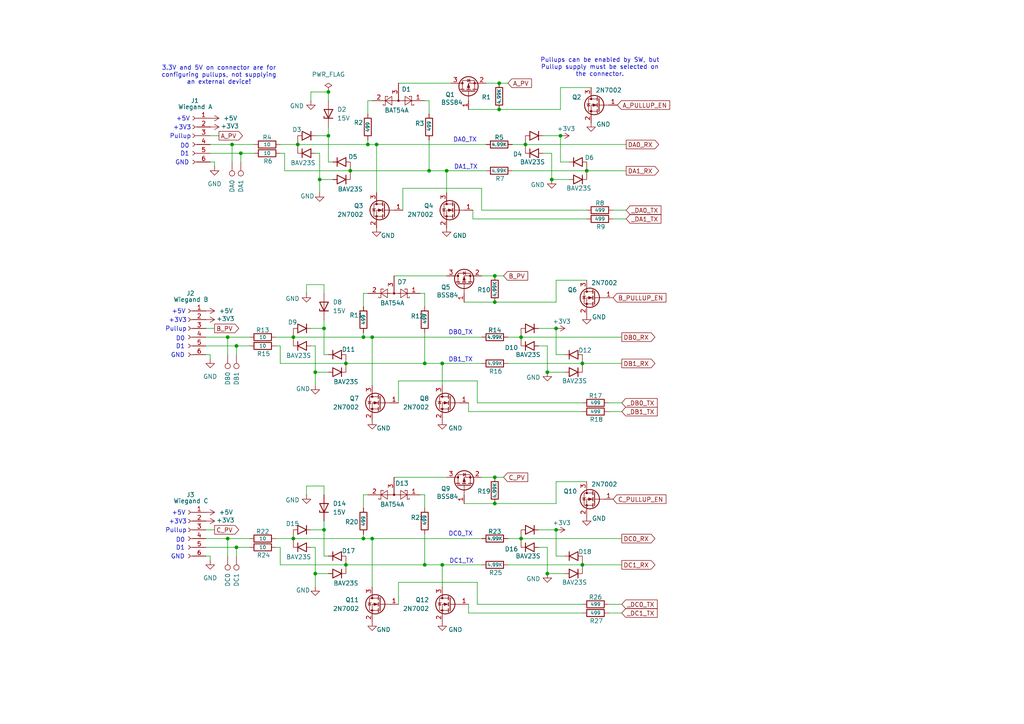
<source format=kicad_sch>
(kicad_sch (version 20231120) (generator "eeschema") (generator_version "8.0")
  (paper "A4")
  (title_block (title "Interfaces") (date "2025-11-03") (rev "A") (comment 1 "JPH"))
  (lib_symbols
    (symbol "Connector:Conn_01x06_Socket" (pin_names (offset 1.016) hide)
      (property "Reference" "J" (at 0 7.62 0))
      (property "Value" "Conn_01x06_Socket" (at 0 -10.16 0))
      (symbol "Conn_01x06_Socket_1_1"
        (pin passive line (at -5.08 5.08 0) (length 3.81) (name "Pin_1") (number "1"))
        (pin passive line (at -5.08 2.54 0) (length 3.81) (name "Pin_2") (number "2"))
        (pin passive line (at -5.08 0 0) (length 3.81) (name "Pin_3") (number "3"))
        (pin passive line (at -5.08 -2.54 0) (length 3.81) (name "Pin_4") (number "4"))
        (pin passive line (at -5.08 -5.08 0) (length 3.81) (name "Pin_5") (number "5"))
        (pin passive line (at -5.08 -7.62 0) (length 3.81) (name "Pin_6") (number "6"))
      )
    )
    (symbol "Connector:TestPoint" (pin_numbers hide) (pin_names (offset 0.762) hide)
      (property "Reference" "TP" (at 0 6.858 0))
      (property "Value" "TestPoint" (at 0 5.08 0))
      (symbol "TestPoint_1_1"
        (pin passive line (at 0 0 90) (length 2.54) (name "1") (number "1"))
      )
    )
    (symbol "Device:D_Zener" (pin_numbers hide) (pin_names (offset 1.016) hide)
      (property "Reference" "D" (at 0 2.54 0))
      (property "Value" "D_Zener" (at 0 -2.54 0))
      (symbol "D_Zener_1_1"
        (pin passive line (at -3.81 0 0) (length 2.54) (name "K") (number "1"))
        (pin passive line (at 3.81 0 180) (length 2.54) (name "A") (number "2"))
      )
    )
    (symbol "Device:R" (pin_numbers hide) (pin_names (offset 0))
      (property "Reference" "R" (at 2.032 0 90))
      (property "Value" "R" (at 0 0 90))
      (symbol "R_1_1"
        (pin passive line (at 0 3.81 270) (length 1.27) (name "~") (number "1"))
        (pin passive line (at 0 -3.81 90) (length 1.27) (name "~") (number "2"))
      )
    )
    (symbol "Diode:BAT54A" (pin_names (offset 1.016))
      (property "Reference" "D" (at 0.635 -3.81 0))
      (property "Value" "BAT54A" (at -6.35 3.175 0))
      (symbol "BAT54A_1_1"
        (pin passive line (at -7.62 0 0) (length 3.81) (name "~") (number "1"))
        (pin passive line (at 7.62 0 180) (length 3.81) (name "~") (number "2"))
        (pin passive line (at 0 -5.08 90) (length 5.08) (name "~") (number "3"))
      )
    )
    (symbol "EV23:BAV23S" (pin_numbers hide) (pin_names (offset 0.762) hide)
      (property "Reference" "D2" (at 3.81 -2.54 90))
      (property "Value" "BAV23S" (at 6.35 -1.27 90))
      (symbol "BAV23S_0_1"
        (pin passive line (at -2.54 6.35 270) (length 1.27) (name "A") (number "1"))
        (pin passive line (at 2.54 6.35 270) (length 1.27) (name "K") (number "2"))
        (pin passive line (at 0 1.27 90) (length 0) (name "common") (number "3"))
      )
    )
    (symbol "Transistor_FET:2N7002" (pin_names hide)
      (property "Reference" "Q" (at 5.08 1.905 0))
      (property "Value" "2N7002" (at 5.08 0 0))
      (symbol "2N7002_1_1"
        (pin input line (at -5.08 0 0) (length 2.54) (name "G") (number "1"))
        (pin passive line (at 2.54 -5.08 90) (length 2.54) (name "S") (number "2"))
        (pin passive line (at 2.54 5.08 270) (length 2.54) (name "D") (number "3"))
      )
    )
    (symbol "Transistor_FET:BSS84" (pin_names hide)
      (property "Reference" "Q" (at 5.08 1.905 0))
      (property "Value" "BSS84" (at 5.08 0 0))
      (symbol "BSS84_1_1"
        (pin input line (at -5.08 0 0) (length 2.54) (name "G") (number "1"))
        (pin passive line (at 2.54 -5.08 90) (length 2.54) (name "S") (number "2"))
        (pin passive line (at 2.54 5.08 270) (length 2.54) (name "D") (number "3"))
      )
    )
    (symbol "power:+3V3" (power) (pin_numbers hide) (pin_names (offset 0) hide)
      (property "Value" "+3V3" (at 0 3.556 0))
      (symbol "+3V3_1_1"
        (pin power_in line (at 0 0 90) (length 0) (name "~") (number "1"))
      )
    )
    (symbol "power:+5V" (power) (pin_numbers hide) (pin_names (offset 0) hide)
      (property "Value" "+5V" (at 0 3.556 0))
      (symbol "+5V_1_1"
        (pin power_in line (at 0 0 90) (length 0) (name "~") (number "1"))
      )
    )
    (symbol "power:GND" (power) (pin_numbers hide) (pin_names (offset 0) hide)
      (property "Value" "GND" (at 0 -3.81 0))
      (symbol "GND_1_1"
        (pin power_in line (at 0 0 270) (length 0) (name "~") (number "1"))
      )
    )
    (symbol "power:PWR_FLAG" (power) (pin_numbers hide) (pin_names (offset 0) hide)
      (property "Value" "PWR_FLAG" (at 0 3.81 0))
      (symbol "PWR_FLAG_0_0"
        (pin power_out line (at 0 0 90) (length 0) (name "~") (number "1"))
      )
    )
  )
  (junction (at 100.33 105.41))
  (junction (at 68.58 100.33))
  (junction (at 123.19 163.83))
  (junction (at 67.31 41.91))
  (junction (at 66.04 97.79))
  (junction (at 160.02 52.07))
  (junction (at 144.78 31.75))
  (junction (at 143.51 80.01))
  (junction (at 162.56 39.37))
  (junction (at 123.19 105.41))
  (junction (at 107.95 156.21))
  (junction (at 161.29 95.25))
  (junction (at 93.98 95.25))
  (junction (at 92.71 52.07))
  (junction (at 143.51 146.05))
  (junction (at 107.95 97.79))
  (junction (at 68.58 158.75))
  (junction (at 161.29 153.67))
  (junction (at 86.36 41.91))
  (junction (at 151.13 156.21))
  (junction (at 93.98 153.67))
  (junction (at 128.27 105.41))
  (junction (at 109.22 41.91))
  (junction (at 85.09 156.21))
  (junction (at 152.4 41.91))
  (junction (at 128.27 163.83))
  (junction (at 69.85 44.45))
  (junction (at 124.46 49.53))
  (junction (at 151.13 97.79))
  (junction (at 143.51 138.43))
  (junction (at 105.41 97.79))
  (junction (at 106.68 41.91))
  (junction (at 144.78 24.13))
  (junction (at 143.51 87.63))
  (junction (at 105.41 156.21))
  (junction (at 158.75 107.95))
  (junction (at 85.09 97.79))
  (junction (at 100.33 163.83))
  (junction (at 95.25 39.37))
  (junction (at 101.6 49.53))
  (junction (at 168.91 163.83))
  (junction (at 170.18 49.53))
  (junction (at 95.25 26.67))
  (junction (at 91.44 166.37))
  (junction (at 129.54 49.53))
  (junction (at 66.04 156.21))
  (junction (at 91.44 107.95))
  (junction (at 168.91 105.41))
  (junction (at 158.75 166.37))
  (wire (pts (xy 82.55 44.45) (xy 82.55 49.53)))
  (wire (pts (xy 161.29 161.29) (xy 161.29 153.67)))
  (wire (pts (xy 114.3 138.43) (xy 129.54 138.43)))
  (wire (pts (xy 59.69 97.79) (xy 66.04 97.79)))
  (wire (pts (xy 123.19 96.52) (xy 123.19 105.41)))
  (wire (pts (xy 123.19 88.9) (xy 123.19 85.09)))
  (wire (pts (xy 90.17 29.21) (xy 90.17 26.67)))
  (wire (pts (xy 95.25 161.29) (xy 93.98 161.29)))
  (wire (pts (xy 123.19 154.94) (xy 123.19 163.83)))
  (wire (pts (xy 170.18 49.53) (xy 181.61 49.53)))
  (wire (pts (xy 60.96 44.45) (xy 69.85 44.45)))
  (wire (pts (xy 90.17 95.25) (xy 93.98 95.25)))
  (wire (pts (xy 115.57 116.84) (xy 115.57 110.49)))
  (wire (pts (xy 128.27 111.76) (xy 128.27 105.41)))
  (wire (pts (xy 88.9 85.09) (xy 88.9 82.55)))
  (wire (pts (xy 161.29 87.63) (xy 143.51 87.63)))
  (wire (pts (xy 81.28 105.41) (xy 100.33 105.41)))
  (wire (pts (xy 91.44 39.37) (xy 95.25 39.37)))
  (wire (pts (xy 91.44 44.45) (xy 92.71 44.45)))
  (wire (pts (xy 158.75 166.37) (xy 158.75 158.75)))
  (wire (pts (xy 143.51 80.01) (xy 143.51 81.28)))
  (wire (pts (xy 95.25 102.87) (xy 93.98 102.87)))
  (wire (pts (xy 92.71 44.45) (xy 92.71 52.07)))
  (wire (pts (xy 81.28 100.33) (xy 81.28 105.41)))
  (wire (pts (xy 115.57 168.91) (xy 138.43 168.91)))
  (wire (pts (xy 95.25 39.37) (xy 95.25 46.99)))
  (wire (pts (xy 60.96 41.91) (xy 67.31 41.91)))
  (wire (pts (xy 114.3 80.01) (xy 129.54 80.01)))
  (wire (pts (xy 105.41 143.51) (xy 106.68 143.51)))
  (wire (pts (xy 176.53 119.38) (xy 180.34 119.38)))
  (wire (pts (xy 66.04 161.29) (xy 66.04 156.21)))
  (wire (pts (xy 59.69 156.21) (xy 66.04 156.21)))
  (wire (pts (xy 146.05 80.01) (xy 143.51 80.01)))
  (wire (pts (xy 66.04 102.87) (xy 66.04 97.79)))
  (wire (pts (xy 60.96 102.87) (xy 60.96 104.14)))
  (wire (pts (xy 105.41 156.21) (xy 107.95 156.21)))
  (wire (pts (xy 81.28 163.83) (xy 100.33 163.83)))
  (wire (pts (xy 59.69 100.33) (xy 68.58 100.33)))
  (wire (pts (xy 170.18 81.28) (xy 161.29 81.28)))
  (wire (pts (xy 168.91 163.83) (xy 180.34 163.83)))
  (wire (pts (xy 107.95 97.79) (xy 139.7 97.79)))
  (wire (pts (xy 116.84 54.61) (xy 139.7 54.61)))
  (wire (pts (xy 138.43 168.91) (xy 138.43 175.26)))
  (wire (pts (xy 161.29 153.67) (xy 156.21 153.67)))
  (wire (pts (xy 165.1 52.07) (xy 160.02 52.07)))
  (wire (pts (xy 158.75 107.95) (xy 158.75 100.33)))
  (wire (pts (xy 95.25 107.95) (xy 91.44 107.95)))
  (wire (pts (xy 140.97 24.13) (xy 144.78 24.13)))
  (wire (pts (xy 124.46 49.53) (xy 129.54 49.53)))
  (wire (pts (xy 134.62 87.63) (xy 143.51 87.63)))
  (wire (pts (xy 147.32 105.41) (xy 168.91 105.41)))
  (wire (pts (xy 124.46 29.21) (xy 123.19 29.21)))
  (wire (pts (xy 105.41 96.52) (xy 105.41 97.79)))
  (wire (pts (xy 162.56 31.75) (xy 144.78 31.75)))
  (wire (pts (xy 176.53 175.26) (xy 180.34 175.26)))
  (wire (pts (xy 138.43 175.26) (xy 168.91 175.26)))
  (wire (pts (xy 92.71 52.07) (xy 92.71 55.88)))
  (wire (pts (xy 168.91 177.8) (xy 135.89 177.8)))
  (wire (pts (xy 106.68 41.91) (xy 109.22 41.91)))
  (wire (pts (xy 162.56 39.37) (xy 157.48 39.37)))
  (wire (pts (xy 85.09 97.79) (xy 105.41 97.79)))
  (wire (pts (xy 80.01 158.75) (xy 81.28 158.75)))
  (wire (pts (xy 160.02 52.07) (xy 160.02 44.45)))
  (wire (pts (xy 176.53 177.8) (xy 180.34 177.8)))
  (wire (pts (xy 177.8 60.96) (xy 181.61 60.96)))
  (wire (pts (xy 67.31 41.91) (xy 73.66 41.91)))
  (wire (pts (xy 162.56 25.4) (xy 162.56 31.75)))
  (wire (pts (xy 80.01 156.21) (xy 85.09 156.21)))
  (wire (pts (xy 90.17 153.67) (xy 93.98 153.67)))
  (wire (pts (xy 59.69 161.29) (xy 60.96 161.29)))
  (wire (pts (xy 151.13 156.21) (xy 180.34 156.21)))
  (wire (pts (xy 163.83 107.95) (xy 158.75 107.95)))
  (wire (pts (xy 163.83 166.37) (xy 158.75 166.37)))
  (wire (pts (xy 66.04 156.21) (xy 72.39 156.21)))
  (wire (pts (xy 135.89 177.8) (xy 135.89 175.26)))
  (wire (pts (xy 66.04 97.79) (xy 72.39 97.79)))
  (wire (pts (xy 128.27 105.41) (xy 139.7 105.41)))
  (wire (pts (xy 88.9 140.97) (xy 93.98 140.97)))
  (wire (pts (xy 115.57 175.26) (xy 115.57 168.91)))
  (wire (pts (xy 106.68 40.64) (xy 106.68 41.91)))
  (wire (pts (xy 147.32 163.83) (xy 168.91 163.83)))
  (wire (pts (xy 107.95 170.18) (xy 107.95 156.21)))
  (wire (pts (xy 106.68 33.02) (xy 106.68 29.21)))
  (wire (pts (xy 80.01 97.79) (xy 85.09 97.79)))
  (wire (pts (xy 139.7 54.61) (xy 139.7 60.96)))
  (wire (pts (xy 148.59 49.53) (xy 170.18 49.53)))
  (wire (pts (xy 148.59 41.91) (xy 152.4 41.91)))
  (wire (pts (xy 168.91 119.38) (xy 135.89 119.38)))
  (wire (pts (xy 93.98 153.67) (xy 93.98 161.29)))
  (wire (pts (xy 135.89 31.75) (xy 144.78 31.75)))
  (wire (pts (xy 91.44 158.75) (xy 91.44 166.37)))
  (wire (pts (xy 67.31 46.99) (xy 67.31 41.91)))
  (wire (pts (xy 123.19 85.09) (xy 121.92 85.09)))
  (wire (pts (xy 93.98 82.55) (xy 93.98 85.09)))
  (wire (pts (xy 81.28 158.75) (xy 81.28 163.83)))
  (wire (pts (xy 63.5 39.37) (xy 60.96 39.37)))
  (wire (pts (xy 93.98 140.97) (xy 93.98 143.51)))
  (wire (pts (xy 95.25 166.37) (xy 91.44 166.37)))
  (wire (pts (xy 91.44 107.95) (xy 91.44 111.76)))
  (wire (pts (xy 91.44 100.33) (xy 91.44 107.95)))
  (wire (pts (xy 90.17 26.67) (xy 95.25 26.67)))
  (wire (pts (xy 107.95 111.76) (xy 107.95 97.79)))
  (wire (pts (xy 100.33 105.41) (xy 123.19 105.41)))
  (wire (pts (xy 138.43 110.49) (xy 138.43 116.84)))
  (wire (pts (xy 60.96 46.99) (xy 62.23 46.99)))
  (wire (pts (xy 170.18 63.5) (xy 137.16 63.5)))
  (wire (pts (xy 80.01 100.33) (xy 81.28 100.33)))
  (wire (pts (xy 158.75 100.33) (xy 156.21 100.33)))
  (wire (pts (xy 68.58 102.87) (xy 68.58 100.33)))
  (wire (pts (xy 116.84 60.96) (xy 116.84 54.61)))
  (wire (pts (xy 95.25 26.67) (xy 95.25 29.21)))
  (wire (pts (xy 90.17 100.33) (xy 91.44 100.33)))
  (wire (pts (xy 81.28 44.45) (xy 82.55 44.45)))
  (wire (pts (xy 90.17 158.75) (xy 91.44 158.75)))
  (wire (pts (xy 135.89 119.38) (xy 135.89 116.84)))
  (wire (pts (xy 123.19 147.32) (xy 123.19 143.51)))
  (wire (pts (xy 124.46 40.64) (xy 124.46 49.53)))
  (wire (pts (xy 109.22 41.91) (xy 140.97 41.91)))
  (wire (pts (xy 146.05 138.43) (xy 143.51 138.43)))
  (wire (pts (xy 158.75 158.75) (xy 156.21 158.75)))
  (wire (pts (xy 123.19 163.83) (xy 128.27 163.83)))
  (wire (pts (xy 88.9 82.55) (xy 93.98 82.55)))
  (wire (pts (xy 129.54 55.88) (xy 129.54 49.53)))
  (wire (pts (xy 68.58 100.33) (xy 72.39 100.33)))
  (wire (pts (xy 162.56 46.99) (xy 162.56 39.37)))
  (wire (pts (xy 68.58 161.29) (xy 68.58 158.75)))
  (wire (pts (xy 176.53 116.84) (xy 180.34 116.84)))
  (wire (pts (xy 109.22 55.88) (xy 109.22 41.91)))
  (wire (pts (xy 160.02 44.45) (xy 157.48 44.45)))
  (wire (pts (xy 105.41 154.94) (xy 105.41 156.21)))
  (wire (pts (xy 62.23 46.99) (xy 62.23 48.26)))
  (wire (pts (xy 123.19 105.41) (xy 128.27 105.41)))
  (wire (pts (xy 62.23 153.67) (xy 59.69 153.67)))
  (wire (pts (xy 107.95 156.21) (xy 139.7 156.21)))
  (wire (pts (xy 106.68 29.21) (xy 107.95 29.21)))
  (wire (pts (xy 147.32 97.79) (xy 151.13 97.79)))
  (wire (pts (xy 161.29 102.87) (xy 161.29 95.25)))
  (wire (pts (xy 177.8 63.5) (xy 181.61 63.5)))
  (wire (pts (xy 144.78 24.13) (xy 144.78 25.4)))
  (wire (pts (xy 124.46 33.02) (xy 124.46 29.21)))
  (wire (pts (xy 115.57 24.13) (xy 130.81 24.13)))
  (wire (pts (xy 168.91 105.41) (xy 180.34 105.41)))
  (wire (pts (xy 96.52 52.07) (xy 92.71 52.07)))
  (wire (pts (xy 161.29 95.25) (xy 156.21 95.25)))
  (wire (pts (xy 161.29 139.7) (xy 161.29 146.05)))
  (wire (pts (xy 128.27 170.18) (xy 128.27 163.83)))
  (wire (pts (xy 96.52 46.99) (xy 95.25 46.99)))
  (wire (pts (xy 91.44 166.37) (xy 91.44 170.18)))
  (wire (pts (xy 93.98 92.71) (xy 93.98 95.25)))
  (wire (pts (xy 105.41 147.32) (xy 105.41 143.51)))
  (wire (pts (xy 69.85 46.99) (xy 69.85 44.45)))
  (wire (pts (xy 139.7 60.96) (xy 170.18 60.96)))
  (wire (pts (xy 139.7 80.01) (xy 143.51 80.01)))
  (wire (pts (xy 123.19 143.51) (xy 121.92 143.51)))
  (wire (pts (xy 82.55 49.53) (xy 101.6 49.53)))
  (wire (pts (xy 163.83 102.87) (xy 161.29 102.87)))
  (wire (pts (xy 151.13 97.79) (xy 180.34 97.79)))
  (wire (pts (xy 100.33 163.83) (xy 123.19 163.83)))
  (wire (pts (xy 69.85 44.45) (xy 73.66 44.45)))
  (wire (pts (xy 60.96 161.29) (xy 60.96 162.56)))
  (wire (pts (xy 165.1 46.99) (xy 162.56 46.99)))
  (wire (pts (xy 161.29 146.05) (xy 143.51 146.05)))
  (wire (pts (xy 68.58 158.75) (xy 72.39 158.75)))
  (wire (pts (xy 105.41 88.9) (xy 105.41 85.09)))
  (wire (pts (xy 134.62 146.05) (xy 143.51 146.05)))
  (wire (pts (xy 59.69 158.75) (xy 68.58 158.75)))
  (wire (pts (xy 129.54 49.53) (xy 140.97 49.53)))
  (wire (pts (xy 147.32 24.13) (xy 144.78 24.13)))
  (wire (pts (xy 93.98 95.25) (xy 93.98 102.87)))
  (wire (pts (xy 59.69 102.87) (xy 60.96 102.87)))
  (wire (pts (xy 147.32 156.21) (xy 151.13 156.21)))
  (wire (pts (xy 170.18 139.7) (xy 161.29 139.7)))
  (wire (pts (xy 115.57 110.49) (xy 138.43 110.49)))
  (wire (pts (xy 93.98 151.13) (xy 93.98 153.67)))
  (wire (pts (xy 85.09 156.21) (xy 105.41 156.21)))
  (wire (pts (xy 171.45 25.4) (xy 162.56 25.4)))
  (wire (pts (xy 81.28 41.91) (xy 86.36 41.91)))
  (wire (pts (xy 86.36 41.91) (xy 106.68 41.91)))
  (wire (pts (xy 101.6 49.53) (xy 124.46 49.53)))
  (wire (pts (xy 95.25 36.83) (xy 95.25 39.37)))
  (wire (pts (xy 105.41 85.09) (xy 106.68 85.09)))
  (wire (pts (xy 88.9 143.51) (xy 88.9 140.97)))
  (wire (pts (xy 161.29 81.28) (xy 161.29 87.63)))
  (wire (pts (xy 163.83 161.29) (xy 161.29 161.29)))
  (wire (pts (xy 152.4 41.91) (xy 181.61 41.91)))
  (wire (pts (xy 139.7 138.43) (xy 143.51 138.43)))
  (wire (pts (xy 62.23 95.25) (xy 59.69 95.25)))
  (wire (pts (xy 143.51 138.43) (xy 143.51 139.7)))
  (wire (pts (xy 128.27 163.83) (xy 139.7 163.83)))
  (wire (pts (xy 138.43 116.84) (xy 168.91 116.84)))
  (wire (pts (xy 137.16 63.5) (xy 137.16 60.96)))
  (wire (pts (xy 105.41 97.79) (xy 107.95 97.79)))
  (text "DA1_TX" (at 135.128 48.514 0) (effects (font (size 1.27 1.27))))
  (text "D1" (at 53.594 44.704 0) (effects (font (size 1.27 1.27))))
  (text "GND" (at 51.562 161.544 0) (effects (font (size 1.27 1.27))))
  (text "D1" (at 52.324 100.584 0) (effects (font (size 1.27 1.27))))
  (text "+3V3" (at 51.562 151.384 0) (effects (font (size 1.27 1.27))))
  (text "D0" (at 53.594 42.418 0) (effects (font (size 1.27 1.27))))
  (text "+5V" (at 53.086 34.544 0) (effects (font (size 1.27 1.27))))
  (text "Pullup" (at 51.054 95.504 0) (effects (font (size 1.27 1.27))))
  (text "DC1_TX" (at 133.858 162.814 0) (effects (font (size 1.27 1.27))))
  (text "Pullup" (at 52.324 39.624 0) (effects (font (size 1.27 1.27))))
  (text "DB0_TX" (at 133.604 96.52 0) (effects (font (size 1.27 1.27))))
  (text "D0" (at 52.324 98.298 0) (effects (font (size 1.27 1.27))))
  (text "+5V" (at 51.816 90.424 0) (effects (font (size 1.27 1.27))))
  (text "Pullup" (at 51.054 153.924 0) (effects (font (size 1.27 1.27))))
  (text "DB1_TX" (at 133.604 104.394 0) (effects (font (size 1.27 1.27))))
  (text "3.3V and 5V on connector are for\nconfiguring pullups, not supplying\nan external device!" (at 63.5 21.844 0) (effects (font (size 1.27 1.27))))
  (text "+5V" (at 51.816 148.844 0) (effects (font (size 1.27 1.27))))
  (text "Pullups can be enabled by SW, but\nPullup supply must be selected on\nthe connector." (at 173.99 19.558 0) (effects (font (size 1.27 1.27))))
  (text "D1" (at 52.324 159.004 0) (effects (font (size 1.27 1.27))))
  (text "+3V3" (at 51.562 92.964 0) (effects (font (size 1.27 1.27))))
  (text "GND" (at 51.562 103.124 0) (effects (font (size 1.27 1.27))))
  (text "DA0_TX" (at 134.874 40.64 0) (effects (font (size 1.27 1.27))))
  (text "+3V3" (at 52.832 37.084 0) (effects (font (size 1.27 1.27))))
  (text "GND" (at 52.832 47.244 0) (effects (font (size 1.27 1.27))))
  (text "DC0_TX" (at 133.604 154.94 0) (effects (font (size 1.27 1.27))))
  (text "D0" (at 52.324 156.718 0) (effects (font (size 1.27 1.27))))
  (global_label "DC0_RX" (shape output) (at 180.34 156.21 0) (property "Intersheetrefs" "${INTERSHEET_REFS}" (effects (hide yes))))
  (global_label "B_PV" (shape output) (at 62.23 95.25 0) (property "Intersheetrefs" "${INTERSHEET_REFS}" (effects (hide yes))))
  (global_label "A_PV" (shape output) (at 63.5 39.37 0) (property "Intersheetrefs" "${INTERSHEET_REFS}" (effects (hide yes))))
  (global_label "DA0_RX" (shape output) (at 181.61 41.91 0) (property "Intersheetrefs" "${INTERSHEET_REFS}" (effects (hide yes))))
  (global_label "B_PV" (shape input) (at 146.05 80.01 0) (property "Intersheetrefs" "${INTERSHEET_REFS}" (effects (hide yes))))
  (global_label "DB1_RX" (shape output) (at 180.34 105.41 0) (property "Intersheetrefs" "${INTERSHEET_REFS}" (effects (hide yes))))
  (global_label "_DC1_TX" (shape input) (at 180.34 177.8 0) (property "Intersheetrefs" "${INTERSHEET_REFS}" (effects (hide yes))))
  (global_label "A_PULLUP_EN" (shape input) (at 179.07 30.48 0) (property "Intersheetrefs" "${INTERSHEET_REFS}" (effects (hide yes))))
  (global_label "DA1_RX" (shape output) (at 181.61 49.53 0) (property "Intersheetrefs" "${INTERSHEET_REFS}" (effects (hide yes))))
  (global_label "B_PULLUP_EN" (shape input) (at 177.8 86.36 0) (property "Intersheetrefs" "${INTERSHEET_REFS}" (effects (hide yes))))
  (global_label "_DA0_TX" (shape input) (at 181.61 60.96 0) (property "Intersheetrefs" "${INTERSHEET_REFS}" (effects (hide yes))))
  (global_label "_DB1_TX" (shape input) (at 180.34 119.38 0) (property "Intersheetrefs" "${INTERSHEET_REFS}" (effects (hide yes))))
  (global_label "_DC0_TX" (shape input) (at 180.34 175.26 0) (property "Intersheetrefs" "${INTERSHEET_REFS}" (effects (hide yes))))
  (global_label "A_PV" (shape input) (at 147.32 24.13 0) (property "Intersheetrefs" "${INTERSHEET_REFS}" (effects (hide yes))))
  (global_label "_DA1_TX" (shape input) (at 181.61 63.5 0) (property "Intersheetrefs" "${INTERSHEET_REFS}" (effects (hide yes))))
  (global_label "_DB0_TX" (shape input) (at 180.34 116.84 0) (property "Intersheetrefs" "${INTERSHEET_REFS}" (effects (hide yes))))
  (global_label "C_PV" (shape output) (at 62.23 153.67 0) (property "Intersheetrefs" "${INTERSHEET_REFS}" (effects (hide yes))))
  (global_label "C_PULLUP_EN" (shape input) (at 177.8 144.78 0) (property "Intersheetrefs" "${INTERSHEET_REFS}" (effects (hide yes))))
  (global_label "DC1_RX" (shape output) (at 180.34 163.83 0) (property "Intersheetrefs" "${INTERSHEET_REFS}" (effects (hide yes))))
  (global_label "C_PV" (shape input) (at 146.05 138.43 0) (property "Intersheetrefs" "${INTERSHEET_REFS}" (effects (hide yes))))
  (global_label "DB0_RX" (shape output) (at 180.34 97.79 0) (property "Intersheetrefs" "${INTERSHEET_REFS}" (effects (hide yes))))
  (symbol (lib_id "power:PWR_FLAG") (at 95.25 26.67 0) (unit 1)
    (property "Reference" "#FLG01" (effects (hide yes)))
    (property "Value" "PWR_FLAG" (at 95.25 21.59 0))
    (property "Description" "Special symbol for telling ERC where power comes from" (effects (hide yes)))
  )
  (symbol (lib_id "Transistor_FET:BSS84") (at 135.89 26.67 90) (unit 1)
    (property "Reference" "Q1" (at 130.556 27.432 90))
    (property "Value" "BSS84" (at 131.064 29.718 90))
    (property "Footprint" "Package_TO_SOT_SMD:SOT-23" (effects (hide yes)))
    (property "Datasheet" "http://assets.nexperia.com/documents/data-sheet/BSS84.pdf" (effects (hide yes)))
    (property "Description" "-0.13A Id, -50V Vds, P-Channel MOSFET, SOT-23" (effects (hide yes)))
  )
  (symbol (lib_id "power:GND") (at 91.44 111.76 0) (unit 1)
    (property "Reference" "#PWR018" (effects (hide yes)))
    (property "Value" "GND" (at 87.884 112.776 0))
    (property "Description" "Power symbol creates a global label with name \"GND\" , ground" (effects (hide yes)))
  )
  (symbol (lib_id "EV23:BAV23S") (at 83.82 97.79 270) (mirror x) (unit 1)
    (property "Reference" "D9" (at 84.836 93.472 90))
    (property "Value" "BAV23S" (at 86.614 103.124 90))
    (property "Footprint" "Package_TO_SOT_SMD:SOT-23" (effects (hide yes)))
    (property "Datasheet" "https://www.onsemi.com/download/data-sheet/pdf/bav23s-d.pdf" (effects (hide yes)))
    (property "Description" "Dual diode, anode/center/cathode" (effects (hide yes)))
    (property "MPN" "BAV23S" (effects (hide yes)))
  )
  (symbol (lib_id "Device:R") (at 124.46 36.83 0) (unit 1)
    (property "Reference" "R3" (at 120.396 35.814 0) (effects (justify left)))
    (property "Value" "499" (at 124.46 38.1 90) (effects (font (size 1 1)) (justify left)))
    (property "Footprint" "Resistor_SMD:R_0603_1608Metric_Pad0.98x0.95mm_HandSolder" (effects (hide yes)))
    (property "Description" "Resistor" (effects (hide yes)))
  )
  (symbol (lib_id "Transistor_FET:BSS84") (at 134.62 82.55 90) (unit 1)
    (property "Reference" "Q5" (at 129.286 83.312 90))
    (property "Value" "BSS84" (at 129.794 85.598 90))
    (property "Footprint" "Package_TO_SOT_SMD:SOT-23" (effects (hide yes)))
    (property "Datasheet" "http://assets.nexperia.com/documents/data-sheet/BSS84.pdf" (effects (hide yes)))
    (property "Description" "-0.13A Id, -50V Vds, P-Channel MOSFET, SOT-23" (effects (hide yes)))
  )
  (symbol (lib_id "EV23:BAV23S") (at 170.18 105.41 90) (unit 1)
    (property "Reference" "D12" (at 169.672 101.6 90))
    (property "Value" "BAV23S" (at 166.624 110.49 90))
    (property "Footprint" "Package_TO_SOT_SMD:SOT-23" (effects (hide yes)))
    (property "Datasheet" "https://www.onsemi.com/download/data-sheet/pdf/bav23s-d.pdf" (effects (hide yes)))
    (property "Description" "Dual diode, anode/center/cathode" (effects (hide yes)))
    (property "MPN" "BAV23S" (effects (hide yes)))
  )
  (symbol (lib_id "power:GND") (at 107.95 121.92 0) (unit 1)
    (property "Reference" "#PWR019" (effects (hide yes)))
    (property "Value" "GND" (at 111.252 124.206 0))
    (property "Description" "Power symbol creates a global label with name \"GND\" , ground" (effects (hide yes)))
  )
  (symbol (lib_id "Device:R") (at 143.51 142.24 0) (unit 1)
    (property "Reference" "R19" (at 138.43 142.494 0) (effects (justify left)))
    (property "Value" "4.99K" (at 143.51 144.526 90) (effects (font (size 1 1)) (justify left)))
    (property "Footprint" "Resistor_SMD:R_0603_1608Metric_Pad0.98x0.95mm_HandSolder" (effects (hide yes)))
    (property "Description" "Resistor" (effects (hide yes)))
  )
  (symbol (lib_id "Connector:TestPoint") (at 66.04 161.29 180) (unit 1)
    (property "Reference" "TP5" (effects (hide yes)))
    (property "Value" "DC0" (at 66.04 170.18 90) (effects (justify right)))
    (property "Footprint" "TestPoint:TestPoint_Loop_D2.50mm_Drill1.0mm" (effects (hide yes)))
    (property "Description" "test point" (effects (hide yes)))
  )
  (symbol (lib_id "power:+3V3") (at 59.69 92.71 270) (unit 1)
    (property "Reference" "#PWR014" (effects (hide yes)))
    (property "Value" "+3V3" (at 62.738 92.456 90) (effects (justify left)))
    (property "Description" "Power symbol creates a global label with name \"+3V3\"" (effects (hide yes)))
  )
  (symbol (lib_id "Transistor_FET:BSS84") (at 134.62 140.97 90) (unit 1)
    (property "Reference" "Q9" (at 129.286 141.732 90))
    (property "Value" "BSS84" (at 129.794 144.018 90))
    (property "Footprint" "Package_TO_SOT_SMD:SOT-23" (effects (hide yes)))
    (property "Datasheet" "http://assets.nexperia.com/documents/data-sheet/BSS84.pdf" (effects (hide yes)))
    (property "Description" "-0.13A Id, -50V Vds, P-Channel MOSFET, SOT-23" (effects (hide yes)))
  )
  (symbol (lib_id "Device:R") (at 77.47 41.91 90) (unit 1)
    (property "Reference" "R4" (at 77.47 39.878 90))
    (property "Value" "10" (at 77.47 41.91 90) (effects (font (size 1 1))))
    (property "Footprint" "Resistor_SMD:R_0603_1608Metric_Pad0.98x0.95mm_HandSolder" (effects (hide yes)))
    (property "Description" "Resistor" (effects (hide yes)))
  )
  (symbol (lib_id "power:GND") (at 88.9 85.09 0) (unit 1)
    (property "Reference" "#PWR011" (effects (hide yes)))
    (property "Value" "GND" (at 84.836 86.614 0))
    (property "Description" "Power symbol creates a global label with name \"GND\" , ground" (effects (hide yes)))
  )
  (symbol (lib_id "Device:R") (at 76.2 156.21 90) (unit 1)
    (property "Reference" "R22" (at 76.2 154.178 90))
    (property "Value" "10" (at 76.2 156.21 90) (effects (font (size 1 1))))
    (property "Footprint" "Resistor_SMD:R_0603_1608Metric_Pad0.98x0.95mm_HandSolder" (effects (hide yes)))
    (property "Description" "Resistor" (effects (hide yes)))
  )
  (symbol (lib_id "power:+3V3") (at 162.56 39.37 270) (unit 1)
    (property "Reference" "#PWR05" (effects (hide yes)))
    (property "Value" "+3V3" (at 161.544 37.338 90) (effects (justify left)))
    (property "Description" "Power symbol creates a global label with name \"+3V3\"" (effects (hide yes)))
  )
  (symbol (lib_id "power:GND") (at 128.27 121.92 0) (unit 1)
    (property "Reference" "#PWR020" (effects (hide yes)))
    (property "Value" "GND" (at 132.08 124.206 0))
    (property "Description" "Power symbol creates a global label with name \"GND\" , ground" (effects (hide yes)))
  )
  (symbol (lib_id "Device:D_Zener") (at 93.98 88.9 90) (unit 1)
    (property "Reference" "D8" (at 96.52 87.6299 90) (effects (justify right)))
    (property "Value" "15V" (at 96.52 90.1699 90) (effects (justify right)))
    (property "Footprint" "Diode_SMD:D_SMB" (effects (hide yes)))
    (property "Description" "Zener diode" (effects (hide yes)))
    (property "MPN" "1SMB5929BT3G" (effects (hide yes)))
  )
  (symbol (lib_id "power:GND") (at 170.18 149.86 0) (unit 1)
    (property "Reference" "#PWR023" (effects (hide yes)))
    (property "Value" "GND" (at 173.736 150.368 0))
    (property "Description" "Power symbol creates a global label with name \"GND\" , ground" (effects (hide yes)))
  )
  (symbol (lib_id "Transistor_FET:2N7002") (at 172.72 86.36 0) (mirror y) (unit 1)
    (property "Reference" "Q6" (at 167.386 84.074 0) (effects (justify left)))
    (property "Value" "2N7002" (at 179.07 82.042 0) (effects (justify left)))
    (property "Footprint" "Package_TO_SOT_SMD:SOT-23" (effects (hide yes)))
    (property "Datasheet" "https://www.onsemi.com/pub/Collateral/NDS7002A-D.PDF" (effects (hide yes)))
    (property "Description" "0.115A Id, 60V Vds, N-Channel MOSFET, SOT-23" (effects (hide yes)))
  )
  (symbol (lib_id "Connector:TestPoint") (at 68.58 161.29 180) (unit 1)
    (property "Reference" "TP6" (effects (hide yes)))
    (property "Value" "DC1" (at 68.58 170.18 90) (effects (justify right)))
    (property "Footprint" "TestPoint:TestPoint_Loop_D2.50mm_Drill1.0mm" (effects (hide yes)))
    (property "Description" "test point" (effects (hide yes)))
  )
  (symbol (lib_id "Transistor_FET:2N7002") (at 130.81 175.26 0) (mirror y) (unit 1)
    (property "Reference" "Q12" (at 124.46 173.9899 0) (effects (justify left)))
    (property "Value" "2N7002" (at 124.46 176.5299 0) (effects (justify left)))
    (property "Footprint" "Package_TO_SOT_SMD:SOT-23" (effects (hide yes)))
    (property "Datasheet" "https://www.onsemi.com/pub/Collateral/NDS7002A-D.PDF" (effects (hide yes)))
    (property "Description" "0.115A Id, 60V Vds, N-Channel MOSFET, SOT-23" (effects (hide yes)))
  )
  (symbol (lib_id "Device:R") (at 144.78 49.53 90) (unit 1)
    (property "Reference" "R7" (at 145.034 51.816 90))
    (property "Value" "4.99K" (at 144.78 49.53 90) (effects (font (size 1 1))))
    (property "Footprint" "Resistor_SMD:R_0603_1608Metric_Pad0.98x0.95mm_HandSolder" (effects (hide yes)))
    (property "Description" "Resistor" (effects (hide yes)))
  )
  (symbol (lib_id "Device:R") (at 143.51 83.82 0) (unit 1)
    (property "Reference" "R10" (at 138.43 84.074 0) (effects (justify left)))
    (property "Value" "4.99K" (at 143.51 86.106 90) (effects (font (size 1 1)) (justify left)))
    (property "Footprint" "Resistor_SMD:R_0603_1608Metric_Pad0.98x0.95mm_HandSolder" (effects (hide yes)))
    (property "Description" "Resistor" (effects (hide yes)))
  )
  (symbol (lib_id "EV23:BAV23S") (at 85.09 41.91 270) (mirror x) (unit 1)
    (property "Reference" "D3" (at 86.106 37.592 90))
    (property "Value" "BAV23S" (at 87.884 47.244 90))
    (property "Footprint" "Package_TO_SOT_SMD:SOT-23" (effects (hide yes)))
    (property "Datasheet" "https://www.onsemi.com/download/data-sheet/pdf/bav23s-d.pdf" (effects (hide yes)))
    (property "Description" "Dual diode, anode/center/cathode" (effects (hide yes)))
    (property "MPN" "BAV23S" (effects (hide yes)))
  )
  (symbol (lib_id "power:GND") (at 90.17 29.21 0) (unit 1)
    (property "Reference" "#PWR01" (effects (hide yes)))
    (property "Value" "GND" (at 86.106 30.734 0))
    (property "Description" "Power symbol creates a global label with name \"GND\" , ground" (effects (hide yes)))
  )
  (symbol (lib_id "Device:R") (at 144.78 27.94 0) (unit 1)
    (property "Reference" "R1" (at 139.7 28.194 0) (effects (justify left)))
    (property "Value" "4.99K" (at 144.78 30.226 90) (effects (font (size 1 1)) (justify left)))
    (property "Footprint" "Resistor_SMD:R_0603_1608Metric_Pad0.98x0.95mm_HandSolder" (effects (hide yes)))
    (property "Description" "Resistor" (effects (hide yes)))
  )
  (symbol (lib_id "EV23:BAV23S") (at 170.18 163.83 90) (unit 1)
    (property "Reference" "D18" (at 169.672 160.02 90))
    (property "Value" "BAV23S" (at 166.624 168.91 90))
    (property "Footprint" "Package_TO_SOT_SMD:SOT-23" (effects (hide yes)))
    (property "Datasheet" "https://www.onsemi.com/download/data-sheet/pdf/bav23s-d.pdf" (effects (hide yes)))
    (property "Description" "Dual diode, anode/center/cathode" (effects (hide yes)))
    (property "MPN" "BAV23S" (effects (hide yes)))
  )
  (symbol (lib_id "Device:R") (at 143.51 97.79 90) (unit 1)
    (property "Reference" "R14" (at 143.51 95.758 90))
    (property "Value" "4.99K" (at 143.51 97.79 90) (effects (font (size 1 1))))
    (property "Footprint" "Resistor_SMD:R_0603_1608Metric_Pad0.98x0.95mm_HandSolder" (effects (hide yes)))
    (property "Description" "Resistor" (effects (hide yes)))
  )
  (symbol (lib_id "power:GND") (at 170.18 91.44 0) (unit 1)
    (property "Reference" "#PWR013" (effects (hide yes)))
    (property "Value" "GND" (at 173.736 91.948 0))
    (property "Description" "Power symbol creates a global label with name \"GND\" , ground" (effects (hide yes)))
  )
  (symbol (lib_id "Device:R") (at 172.72 116.84 90) (unit 1)
    (property "Reference" "R17" (at 172.72 114.808 90))
    (property "Value" "499" (at 172.72 116.84 90) (effects (font (size 1 1))))
    (property "Footprint" "Resistor_SMD:R_0603_1608Metric_Pad0.98x0.95mm_HandSolder" (effects (hide yes)))
    (property "Description" "Resistor" (effects (hide yes)))
  )
  (symbol (lib_id "Diode:BAT54A") (at 115.57 29.21 180) (unit 1)
    (property "Reference" "D1" (at 117.856 25.908 0))
    (property "Value" "BAT54A" (at 115.062 32.004 0))
    (property "Footprint" "Package_TO_SOT_SMD:SOT-23" (effects (hide yes)))
    (property "Datasheet" "http://www.diodes.com/_files/datasheets/ds11005.pdf" (effects (hide yes)))
    (property "Description" "schottky barrier diode" (effects (hide yes)))
  )
  (symbol (lib_id "EV23:BAV23S") (at 101.6 105.41 90) (unit 1)
    (property "Reference" "D11" (at 101.092 101.346 90))
    (property "Value" "BAV23S" (at 100.33 110.744 90))
    (property "Footprint" "Package_TO_SOT_SMD:SOT-23" (effects (hide yes)))
    (property "Datasheet" "https://www.onsemi.com/download/data-sheet/pdf/bav23s-d.pdf" (effects (hide yes)))
    (property "Description" "Dual diode, anode/center/cathode" (effects (hide yes)))
    (property "MPN" "BAV23S" (effects (hide yes)))
  )
  (symbol (lib_id "Device:R") (at 143.51 105.41 90) (unit 1)
    (property "Reference" "R16" (at 143.764 107.696 90))
    (property "Value" "4.99K" (at 143.51 105.41 90) (effects (font (size 1 1))))
    (property "Footprint" "Resistor_SMD:R_0603_1608Metric_Pad0.98x0.95mm_HandSolder" (effects (hide yes)))
    (property "Description" "Resistor" (effects (hide yes)))
  )
  (symbol (lib_id "EV23:BAV23S") (at 171.45 49.53 90) (unit 1)
    (property "Reference" "D6" (at 170.942 45.72 90))
    (property "Value" "BAV23S" (at 167.894 54.61 90))
    (property "Footprint" "Package_TO_SOT_SMD:SOT-23" (effects (hide yes)))
    (property "Datasheet" "https://www.onsemi.com/download/data-sheet/pdf/bav23s-d.pdf" (effects (hide yes)))
    (property "Description" "Dual diode, anode/center/cathode" (effects (hide yes)))
    (property "MPN" "BAV23S" (effects (hide yes)))
  )
  (symbol (lib_id "Connector:TestPoint") (at 66.04 102.87 180) (unit 1)
    (property "Reference" "TP3" (effects (hide yes)))
    (property "Value" "DB0" (at 66.04 111.76 90) (effects (justify right)))
    (property "Footprint" "TestPoint:TestPoint_Loop_D2.50mm_Drill1.0mm" (effects (hide yes)))
    (property "Description" "test point" (effects (hide yes)))
  )
  (symbol (lib_id "power:+3V3") (at 59.69 151.13 270) (unit 1)
    (property "Reference" "#PWR024" (effects (hide yes)))
    (property "Value" "+3V3" (at 62.738 150.876 90) (effects (justify left)))
    (property "Description" "Power symbol creates a global label with name \"+3V3\"" (effects (hide yes)))
  )
  (symbol (lib_id "power:GND") (at 60.96 104.14 0) (unit 1)
    (property "Reference" "#PWR016" (effects (hide yes)))
    (property "Value" "GND" (at 60.96 109.22 0))
    (property "Description" "Power symbol creates a global label with name \"GND\" , ground" (effects (hide yes)))
  )
  (symbol (lib_id "power:+3V3") (at 161.29 95.25 270) (unit 1)
    (property "Reference" "#PWR015" (effects (hide yes)))
    (property "Value" "+3V3" (at 160.274 93.218 90) (effects (justify left)))
    (property "Description" "Power symbol creates a global label with name \"+3V3\"" (effects (hide yes)))
  )
  (symbol (lib_id "Device:R") (at 105.41 92.71 0) (unit 1)
    (property "Reference" "R11" (at 101.346 91.44 0) (effects (justify left)))
    (property "Value" "499" (at 105.41 94.234 90) (effects (font (size 1 1)) (justify left)))
    (property "Footprint" "Resistor_SMD:R_0603_1608Metric_Pad0.98x0.95mm_HandSolder" (effects (hide yes)))
    (property "Description" "Resistor" (effects (hide yes)))
  )
  (symbol (lib_id "Connector:TestPoint") (at 68.58 102.87 180) (unit 1)
    (property "Reference" "TP4" (effects (hide yes)))
    (property "Value" "DB1" (at 68.58 111.76 90) (effects (justify right)))
    (property "Footprint" "TestPoint:TestPoint_Loop_D2.50mm_Drill1.0mm" (effects (hide yes)))
    (property "Description" "test point" (effects (hide yes)))
  )
  (symbol (lib_id "EV23:BAV23S") (at 149.86 97.79 270) (mirror x) (unit 1)
    (property "Reference" "D10" (at 148.336 100.838 90))
    (property "Value" "BAV23S" (at 153.162 102.87 90))
    (property "Footprint" "Package_TO_SOT_SMD:SOT-23" (effects (hide yes)))
    (property "Datasheet" "https://www.onsemi.com/download/data-sheet/pdf/bav23s-d.pdf" (effects (hide yes)))
    (property "Description" "Dual diode, anode/center/cathode" (effects (hide yes)))
    (property "MPN" "BAV23S" (effects (hide yes)))
  )
  (symbol (lib_id "EV23:BAV23S") (at 83.82 156.21 270) (mirror x) (unit 1)
    (property "Reference" "D15" (at 84.836 151.892 90))
    (property "Value" "BAV23S" (at 86.614 161.544 90))
    (property "Footprint" "Package_TO_SOT_SMD:SOT-23" (effects (hide yes)))
    (property "Datasheet" "https://www.onsemi.com/download/data-sheet/pdf/bav23s-d.pdf" (effects (hide yes)))
    (property "Description" "Dual diode, anode/center/cathode" (effects (hide yes)))
    (property "MPN" "BAV23S" (effects (hide yes)))
  )
  (symbol (lib_id "Device:R") (at 172.72 119.38 90) (unit 1)
    (property "Reference" "R18" (at 172.974 121.666 90))
    (property "Value" "499" (at 172.72 119.38 90) (effects (font (size 1 1))))
    (property "Footprint" "Resistor_SMD:R_0603_1608Metric_Pad0.98x0.95mm_HandSolder" (effects (hide yes)))
    (property "Description" "Resistor" (effects (hide yes)))
  )
  (symbol (lib_id "Device:R") (at 105.41 151.13 0) (unit 1)
    (property "Reference" "R20" (at 100.076 151.384 0) (effects (justify left)))
    (property "Value" "499" (at 105.41 152.654 90) (effects (font (size 1 1)) (justify left)))
    (property "Footprint" "Resistor_SMD:R_0603_1608Metric_Pad0.98x0.95mm_HandSolder" (effects (hide yes)))
    (property "Description" "Resistor" (effects (hide yes)))
  )
  (symbol (lib_id "EV23:BAV23S") (at 102.87 49.53 90) (unit 1)
    (property "Reference" "D5" (at 102.362 45.466 90))
    (property "Value" "BAV23S" (at 101.6 54.864 90))
    (property "Footprint" "Package_TO_SOT_SMD:SOT-23" (effects (hide yes)))
    (property "Datasheet" "https://www.onsemi.com/download/data-sheet/pdf/bav23s-d.pdf" (effects (hide yes)))
    (property "Description" "Dual diode, anode/center/cathode" (effects (hide yes)))
    (property "MPN" "BAV23S" (effects (hide yes)))
  )
  (symbol (lib_id "Connector:TestPoint") (at 67.31 46.99 180) (unit 1)
    (property "Reference" "TP1" (effects (hide yes)))
    (property "Value" "DA0" (at 67.31 55.88 90) (effects (justify right)))
    (property "Footprint" "TestPoint:TestPoint_Loop_D2.50mm_Drill1.0mm" (effects (hide yes)))
    (property "Description" "test point" (effects (hide yes)))
  )
  (symbol (lib_id "Device:R") (at 173.99 63.5 90) (unit 1)
    (property "Reference" "R9" (at 174.244 65.786 90))
    (property "Value" "499" (at 173.99 63.5 90) (effects (font (size 1 1))))
    (property "Footprint" "Resistor_SMD:R_0603_1608Metric_Pad0.98x0.95mm_HandSolder" (effects (hide yes)))
    (property "Description" "Resistor" (effects (hide yes)))
  )
  (symbol (lib_id "Device:R") (at 106.68 36.83 0) (unit 1)
    (property "Reference" "R2" (at 102.616 35.56 0) (effects (justify left)))
    (property "Value" "499" (at 106.68 38.354 90) (effects (font (size 1 1)) (justify left)))
    (property "Footprint" "Resistor_SMD:R_0603_1608Metric_Pad0.98x0.95mm_HandSolder" (effects (hide yes)))
    (property "Description" "Resistor" (effects (hide yes)))
  )
  (symbol (lib_id "Device:R") (at 76.2 97.79 90) (unit 1)
    (property "Reference" "R13" (at 76.2 95.758 90))
    (property "Value" "10" (at 76.2 97.79 90) (effects (font (size 1 1))))
    (property "Footprint" "Resistor_SMD:R_0603_1608Metric_Pad0.98x0.95mm_HandSolder" (effects (hide yes)))
    (property "Description" "Resistor" (effects (hide yes)))
  )
  (symbol (lib_id "power:GND") (at 158.75 107.95 0) (unit 1)
    (property "Reference" "#PWR017" (effects (hide yes)))
    (property "Value" "GND" (at 154.686 109.474 0))
    (property "Description" "Power symbol creates a global label with name \"GND\" , ground" (effects (hide yes)))
  )
  (symbol (lib_id "power:GND") (at 107.95 180.34 0) (unit 1)
    (property "Reference" "#PWR029" (effects (hide yes)))
    (property "Value" "GND" (at 111.252 182.626 0))
    (property "Description" "Power symbol creates a global label with name \"GND\" , ground" (effects (hide yes)))
  )
  (symbol (lib_id "power:GND") (at 158.75 166.37 0) (unit 1)
    (property "Reference" "#PWR027" (effects (hide yes)))
    (property "Value" "GND" (at 154.686 167.894 0))
    (property "Description" "Power symbol creates a global label with name \"GND\" , ground" (effects (hide yes)))
  )
  (symbol (lib_id "power:GND") (at 60.96 162.56 0) (unit 1)
    (property "Reference" "#PWR026" (effects (hide yes)))
    (property "Value" "GND" (at 60.96 167.64 0))
    (property "Description" "Power symbol creates a global label with name \"GND\" , ground" (effects (hide yes)))
  )
  (symbol (lib_id "Device:R") (at 123.19 92.71 0) (unit 1)
    (property "Reference" "R12" (at 119.126 91.694 0) (effects (justify left)))
    (property "Value" "499" (at 123.19 93.98 90) (effects (font (size 1 1)) (justify left)))
    (property "Footprint" "Resistor_SMD:R_0603_1608Metric_Pad0.98x0.95mm_HandSolder" (effects (hide yes)))
    (property "Description" "Resistor" (effects (hide yes)))
  )
  (symbol (lib_id "Connector:Conn_01x06_Socket") (at 54.61 95.25 0) (mirror y) (unit 1)
    (property "Reference" "J2" (at 55.245 85.09 0))
    (property "Value" "Wiegand B" (at 55.372 86.868 0))
    (property "Footprint" "Connector_PinHeader_2.54mm:PinHeader_1x06_P2.54mm_Horizontal" (effects (hide yes)))
    (property "Description" "Generic connector, single row, 01x06, script generated" (effects (hide yes)))
  )
  (symbol (lib_id "Device:R") (at 143.51 156.21 90) (unit 1)
    (property "Reference" "R23" (at 143.51 154.178 90))
    (property "Value" "4.99K" (at 143.51 156.21 90) (effects (font (size 1 1))))
    (property "Footprint" "Resistor_SMD:R_0603_1608Metric_Pad0.98x0.95mm_HandSolder" (effects (hide yes)))
    (property "Description" "Resistor" (effects (hide yes)))
  )
  (symbol (lib_id "Device:D_Zener") (at 93.98 147.32 90) (unit 1)
    (property "Reference" "D14" (at 96.52 146.0499 90) (effects (justify right)))
    (property "Value" "15V" (at 96.52 148.5899 90) (effects (justify right)))
    (property "Footprint" "Diode_SMD:D_SMB" (effects (hide yes)))
    (property "Description" "Zener diode" (effects (hide yes)))
    (property "MPN" "1SMB5929BT3G" (effects (hide yes)))
  )
  (symbol (lib_id "power:GND") (at 160.02 52.07 0) (unit 1)
    (property "Reference" "#PWR07" (effects (hide yes)))
    (property "Value" "GND" (at 155.956 53.594 0))
    (property "Description" "Power symbol creates a global label with name \"GND\" , ground" (effects (hide yes)))
  )
  (symbol (lib_id "Transistor_FET:2N7002") (at 110.49 116.84 0) (mirror y) (unit 1)
    (property "Reference" "Q7" (at 104.14 115.5699 0) (effects (justify left)))
    (property "Value" "2N7002" (at 104.14 118.1099 0) (effects (justify left)))
    (property "Footprint" "Package_TO_SOT_SMD:SOT-23" (effects (hide yes)))
    (property "Datasheet" "https://www.onsemi.com/pub/Collateral/NDS7002A-D.PDF" (effects (hide yes)))
    (property "Description" "0.115A Id, 60V Vds, N-Channel MOSFET, SOT-23" (effects (hide yes)))
  )
  (symbol (lib_id "power:GND") (at 128.27 180.34 0) (unit 1)
    (property "Reference" "#PWR030" (effects (hide yes)))
    (property "Value" "GND" (at 132.08 182.626 0))
    (property "Description" "Power symbol creates a global label with name \"GND\" , ground" (effects (hide yes)))
  )
  (symbol (lib_id "Device:R") (at 77.47 44.45 90) (unit 1)
    (property "Reference" "R6" (at 77.724 46.736 90))
    (property "Value" "10" (at 77.47 44.45 90) (effects (font (size 1 1))))
    (property "Footprint" "Resistor_SMD:R_0603_1608Metric_Pad0.98x0.95mm_HandSolder" (effects (hide yes)))
    (property "Description" "Resistor" (effects (hide yes)))
  )
  (symbol (lib_id "power:+5V") (at 59.69 90.17 270) (unit 1)
    (property "Reference" "#PWR012" (effects (hide yes)))
    (property "Value" "+5V" (at 63.5 90.1699 90) (effects (justify left)))
    (property "Description" "Power symbol creates a global label with name \"+5V\"" (effects (hide yes)))
  )
  (symbol (lib_id "power:+3V3") (at 60.96 36.83 270) (unit 1)
    (property "Reference" "#PWR04" (effects (hide yes)))
    (property "Value" "+3V3" (at 64.008 36.576 90) (effects (justify left)))
    (property "Description" "Power symbol creates a global label with name \"+3V3\"" (effects (hide yes)))
  )
  (symbol (lib_id "power:GND") (at 91.44 170.18 0) (unit 1)
    (property "Reference" "#PWR028" (effects (hide yes)))
    (property "Value" "GND" (at 87.884 171.196 0))
    (property "Description" "Power symbol creates a global label with name \"GND\" , ground" (effects (hide yes)))
  )
  (symbol (lib_id "power:GND") (at 109.22 66.04 0) (unit 1)
    (property "Reference" "#PWR09" (effects (hide yes)))
    (property "Value" "GND" (at 112.522 68.326 0))
    (property "Description" "Power symbol creates a global label with name \"GND\" , ground" (effects (hide yes)))
  )
  (symbol (lib_id "Device:R") (at 143.51 163.83 90) (unit 1)
    (property "Reference" "R25" (at 143.764 166.116 90))
    (property "Value" "4.99K" (at 143.51 163.83 90) (effects (font (size 1 1))))
    (property "Footprint" "Resistor_SMD:R_0603_1608Metric_Pad0.98x0.95mm_HandSolder" (effects (hide yes)))
    (property "Description" "Resistor" (effects (hide yes)))
  )
  (symbol (lib_id "EV23:BAV23S") (at 101.6 163.83 90) (unit 1)
    (property "Reference" "D17" (at 101.092 159.766 90))
    (property "Value" "BAV23S" (at 100.33 169.164 90))
    (property "Footprint" "Package_TO_SOT_SMD:SOT-23" (effects (hide yes)))
    (property "Datasheet" "https://www.onsemi.com/download/data-sheet/pdf/bav23s-d.pdf" (effects (hide yes)))
    (property "Description" "Dual diode, anode/center/cathode" (effects (hide yes)))
    (property "MPN" "BAV23S" (effects (hide yes)))
  )
  (symbol (lib_id "Connector:Conn_01x06_Socket") (at 54.61 153.67 0) (mirror y) (unit 1)
    (property "Reference" "J3" (at 55.245 143.51 0))
    (property "Value" "Wiegand C" (at 55.372 145.288 0))
    (property "Footprint" "Connector_PinHeader_2.54mm:PinHeader_1x06_P2.54mm_Horizontal" (effects (hide yes)))
    (property "Description" "Generic connector, single row, 01x06, script generated" (effects (hide yes)))
  )
  (symbol (lib_id "power:GND") (at 129.54 66.04 0) (unit 1)
    (property "Reference" "#PWR010" (effects (hide yes)))
    (property "Value" "GND" (at 133.35 68.326 0))
    (property "Description" "Power symbol creates a global label with name \"GND\" , ground" (effects (hide yes)))
  )
  (symbol (lib_id "power:GND") (at 62.23 48.26 0) (unit 1)
    (property "Reference" "#PWR06" (effects (hide yes)))
    (property "Value" "GND" (at 62.23 53.34 0))
    (property "Description" "Power symbol creates a global label with name \"GND\" , ground" (effects (hide yes)))
  )
  (symbol (lib_id "Device:D_Zener") (at 95.25 33.02 90) (unit 1)
    (property "Reference" "D2" (at 97.79 31.7499 90) (effects (justify right)))
    (property "Value" "15V" (at 97.79 34.2899 90) (effects (justify right)))
    (property "Footprint" "Diode_SMD:D_SMB" (effects (hide yes)))
    (property "Description" "Zener diode" (effects (hide yes)))
    (property "MPN" "1SMB5929BT3G" (effects (hide yes)))
  )
  (symbol (lib_id "Connector:TestPoint") (at 69.85 46.99 180) (unit 1)
    (property "Reference" "TP2" (effects (hide yes)))
    (property "Value" "DA1" (at 69.85 55.88 90) (effects (justify right)))
    (property "Footprint" "TestPoint:TestPoint_Loop_D2.50mm_Drill1.0mm" (effects (hide yes)))
    (property "Description" "test point" (effects (hide yes)))
  )
  (symbol (lib_id "power:+3V3") (at 161.29 153.67 270) (unit 1)
    (property "Reference" "#PWR025" (effects (hide yes)))
    (property "Value" "+3V3" (at 160.274 151.638 90) (effects (justify left)))
    (property "Description" "Power symbol creates a global label with name \"+3V3\"" (effects (hide yes)))
  )
  (symbol (lib_id "Device:R") (at 172.72 177.8 90) (unit 1)
    (property "Reference" "R27" (at 172.974 180.086 90))
    (property "Value" "499" (at 172.72 177.8 90) (effects (font (size 1 1))))
    (property "Footprint" "Resistor_SMD:R_0603_1608Metric_Pad0.98x0.95mm_HandSolder" (effects (hide yes)))
    (property "Description" "Resistor" (effects (hide yes)))
  )
  (symbol (lib_id "power:+5V") (at 60.96 34.29 270) (unit 1)
    (property "Reference" "#PWR02" (effects (hide yes)))
    (property "Value" "+5V" (at 64.77 34.2899 90) (effects (justify left)))
    (property "Description" "Power symbol creates a global label with name \"+5V\"" (effects (hide yes)))
  )
  (symbol (lib_id "power:+5V") (at 59.69 148.59 270) (unit 1)
    (property "Reference" "#PWR022" (effects (hide yes)))
    (property "Value" "+5V" (at 63.5 148.5899 90) (effects (justify left)))
    (property "Description" "Power symbol creates a global label with name \"+5V\"" (effects (hide yes)))
  )
  (symbol (lib_id "Transistor_FET:2N7002") (at 173.99 30.48 0) (mirror y) (unit 1)
    (property "Reference" "Q2" (at 168.656 28.194 0) (effects (justify left)))
    (property "Value" "2N7002" (at 180.34 26.162 0) (effects (justify left)))
    (property "Footprint" "Package_TO_SOT_SMD:SOT-23" (effects (hide yes)))
    (property "Datasheet" "https://www.onsemi.com/pub/Collateral/NDS7002A-D.PDF" (effects (hide yes)))
    (property "Description" "0.115A Id, 60V Vds, N-Channel MOSFET, SOT-23" (effects (hide yes)))
  )
  (symbol (lib_id "Transistor_FET:2N7002") (at 110.49 175.26 0) (mirror y) (unit 1)
    (property "Reference" "Q11" (at 104.14 173.9899 0) (effects (justify left)))
    (property "Value" "2N7002" (at 104.14 176.5299 0) (effects (justify left)))
    (property "Footprint" "Package_TO_SOT_SMD:SOT-23" (effects (hide yes)))
    (property "Datasheet" "https://www.onsemi.com/pub/Collateral/NDS7002A-D.PDF" (effects (hide yes)))
    (property "Description" "0.115A Id, 60V Vds, N-Channel MOSFET, SOT-23" (effects (hide yes)))
  )
  (symbol (lib_id "Device:R") (at 173.99 60.96 90) (unit 1)
    (property "Reference" "R8" (at 173.99 58.928 90))
    (property "Value" "499" (at 173.99 60.96 90) (effects (font (size 1 1))))
    (property "Footprint" "Resistor_SMD:R_0603_1608Metric_Pad0.98x0.95mm_HandSolder" (effects (hide yes)))
    (property "Description" "Resistor" (effects (hide yes)))
  )
  (symbol (lib_id "Connector:Conn_01x06_Socket") (at 55.88 39.37 0) (mirror y) (unit 1)
    (property "Reference" "J1" (at 56.515 29.21 0))
    (property "Value" "Wiegand A" (at 56.642 30.988 0))
    (property "Footprint" "Connector_PinHeader_2.54mm:PinHeader_1x06_P2.54mm_Horizontal" (effects (hide yes)))
    (property "Description" "Generic connector, single row, 01x06, script generated" (effects (hide yes)))
  )
  (symbol (lib_id "Device:R") (at 144.78 41.91 90) (unit 1)
    (property "Reference" "R5" (at 144.78 39.878 90))
    (property "Value" "4.99K" (at 144.78 41.91 90) (effects (font (size 1 1))))
    (property "Footprint" "Resistor_SMD:R_0603_1608Metric_Pad0.98x0.95mm_HandSolder" (effects (hide yes)))
    (property "Description" "Resistor" (effects (hide yes)))
  )
  (symbol (lib_id "power:GND") (at 171.45 35.56 0) (unit 1)
    (property "Reference" "#PWR03" (effects (hide yes)))
    (property "Value" "GND" (at 175.006 36.068 0))
    (property "Description" "Power symbol creates a global label with name \"GND\" , ground" (effects (hide yes)))
  )
  (symbol (lib_id "Transistor_FET:2N7002") (at 172.72 144.78 0) (mirror y) (unit 1)
    (property "Reference" "Q10" (at 167.386 142.494 0) (effects (justify left)))
    (property "Value" "2N7002" (at 179.07 140.462 0) (effects (justify left)))
    (property "Footprint" "Package_TO_SOT_SMD:SOT-23" (effects (hide yes)))
    (property "Datasheet" "https://www.onsemi.com/pub/Collateral/NDS7002A-D.PDF" (effects (hide yes)))
    (property "Description" "0.115A Id, 60V Vds, N-Channel MOSFET, SOT-23" (effects (hide yes)))
  )
  (symbol (lib_id "EV23:BAV23S") (at 151.13 41.91 270) (mirror x) (unit 1)
    (property "Reference" "D4" (at 150.114 44.704 90))
    (property "Value" "BAV23S" (at 154.432 46.99 90))
    (property "Footprint" "Package_TO_SOT_SMD:SOT-23" (effects (hide yes)))
    (property "Datasheet" "https://www.onsemi.com/download/data-sheet/pdf/bav23s-d.pdf" (effects (hide yes)))
    (property "Description" "Dual diode, anode/center/cathode" (effects (hide yes)))
    (property "MPN" "BAV23S" (effects (hide yes)))
  )
  (symbol (lib_id "Device:R") (at 172.72 175.26 90) (unit 1)
    (property "Reference" "R26" (at 172.72 173.228 90))
    (property "Value" "499" (at 172.72 175.26 90) (effects (font (size 1 1))))
    (property "Footprint" "Resistor_SMD:R_0603_1608Metric_Pad0.98x0.95mm_HandSolder" (effects (hide yes)))
    (property "Description" "Resistor" (effects (hide yes)))
  )
  (symbol (lib_id "power:GND") (at 88.9 143.51 0) (unit 1)
    (property "Reference" "#PWR021" (effects (hide yes)))
    (property "Value" "GND" (at 84.836 145.034 0))
    (property "Description" "Power symbol creates a global label with name \"GND\" , ground" (effects (hide yes)))
  )
  (symbol (lib_id "EV23:BAV23S") (at 149.86 156.21 270) (mirror x) (unit 1)
    (property "Reference" "D16" (at 148.336 159.258 90))
    (property "Value" "BAV23S" (at 153.162 161.29 90))
    (property "Footprint" "Package_TO_SOT_SMD:SOT-23" (effects (hide yes)))
    (property "Datasheet" "https://www.onsemi.com/download/data-sheet/pdf/bav23s-d.pdf" (effects (hide yes)))
    (property "Description" "Dual diode, anode/center/cathode" (effects (hide yes)))
    (property "MPN" "BAV23S" (effects (hide yes)))
  )
  (symbol (lib_id "power:GND") (at 92.71 55.88 0) (unit 1)
    (property "Reference" "#PWR08" (effects (hide yes)))
    (property "Value" "GND" (at 89.154 56.896 0))
    (property "Description" "Power symbol creates a global label with name \"GND\" , ground" (effects (hide yes)))
  )
  (symbol (lib_id "Device:R") (at 76.2 158.75 90) (unit 1)
    (property "Reference" "R24" (at 76.454 161.036 90))
    (property "Value" "10" (at 76.2 158.75 90) (effects (font (size 1 1))))
    (property "Footprint" "Resistor_SMD:R_0603_1608Metric_Pad0.98x0.95mm_HandSolder" (effects (hide yes)))
    (property "Description" "Resistor" (effects (hide yes)))
  )
  (symbol (lib_id "Device:R") (at 76.2 100.33 90) (unit 1)
    (property "Reference" "R15" (at 76.454 102.616 90))
    (property "Value" "10" (at 76.2 100.33 90) (effects (font (size 1 1))))
    (property "Footprint" "Resistor_SMD:R_0603_1608Metric_Pad0.98x0.95mm_HandSolder" (effects (hide yes)))
    (property "Description" "Resistor" (effects (hide yes)))
  )
  (symbol (lib_id "Transistor_FET:2N7002") (at 111.76 60.96 0) (mirror y) (unit 1)
    (property "Reference" "Q3" (at 105.41 59.6899 0) (effects (justify left)))
    (property "Value" "2N7002" (at 105.41 62.2299 0) (effects (justify left)))
    (property "Footprint" "Package_TO_SOT_SMD:SOT-23" (effects (hide yes)))
    (property "Datasheet" "https://www.onsemi.com/pub/Collateral/NDS7002A-D.PDF" (effects (hide yes)))
    (property "Description" "0.115A Id, 60V Vds, N-Channel MOSFET, SOT-23" (effects (hide yes)))
  )
  (symbol (lib_id "Diode:BAT54A") (at 114.3 85.09 180) (unit 1)
    (property "Reference" "D7" (at 116.586 81.788 0))
    (property "Value" "BAT54A" (at 113.792 87.884 0))
    (property "Footprint" "Package_TO_SOT_SMD:SOT-23" (effects (hide yes)))
    (property "Datasheet" "http://www.diodes.com/_files/datasheets/ds11005.pdf" (effects (hide yes)))
    (property "Description" "schottky barrier diode" (effects (hide yes)))
  )
  (symbol (lib_id "Transistor_FET:2N7002") (at 130.81 116.84 0) (mirror y) (unit 1)
    (property "Reference" "Q8" (at 124.46 115.5699 0) (effects (justify left)))
    (property "Value" "2N7002" (at 124.46 118.1099 0) (effects (justify left)))
    (property "Footprint" "Package_TO_SOT_SMD:SOT-23" (effects (hide yes)))
    (property "Datasheet" "https://www.onsemi.com/pub/Collateral/NDS7002A-D.PDF" (effects (hide yes)))
    (property "Description" "0.115A Id, 60V Vds, N-Channel MOSFET, SOT-23" (effects (hide yes)))
  )
  (symbol (lib_id "Transistor_FET:2N7002") (at 132.08 60.96 0) (mirror y) (unit 1)
    (property "Reference" "Q4" (at 125.73 59.6899 0) (effects (justify left)))
    (property "Value" "2N7002" (at 125.73 62.2299 0) (effects (justify left)))
    (property "Footprint" "Package_TO_SOT_SMD:SOT-23" (effects (hide yes)))
    (property "Datasheet" "https://www.onsemi.com/pub/Collateral/NDS7002A-D.PDF" (effects (hide yes)))
    (property "Description" "0.115A Id, 60V Vds, N-Channel MOSFET, SOT-23" (effects (hide yes)))
  )
  (symbol (lib_id "Device:R") (at 123.19 151.13 0) (unit 1)
    (property "Reference" "R21" (at 119.126 150.114 0) (effects (justify left)))
    (property "Value" "499" (at 123.19 152.4 90) (effects (font (size 1 1)) (justify left)))
    (property "Footprint" "Resistor_SMD:R_0603_1608Metric_Pad0.98x0.95mm_HandSolder" (effects (hide yes)))
    (property "Description" "Resistor" (effects (hide yes)))
  )
  (symbol (lib_id "Diode:BAT54A") (at 114.3 143.51 180) (unit 1)
    (property "Reference" "D13" (at 116.586 140.208 0))
    (property "Value" "BAT54A" (at 113.792 146.304 0))
    (property "Footprint" "Package_TO_SOT_SMD:SOT-23" (effects (hide yes)))
    (property "Datasheet" "http://www.diodes.com/_files/datasheets/ds11005.pdf" (effects (hide yes)))
    (property "Description" "schottky barrier diode" (effects (hide yes)))
  )
)
</source>
